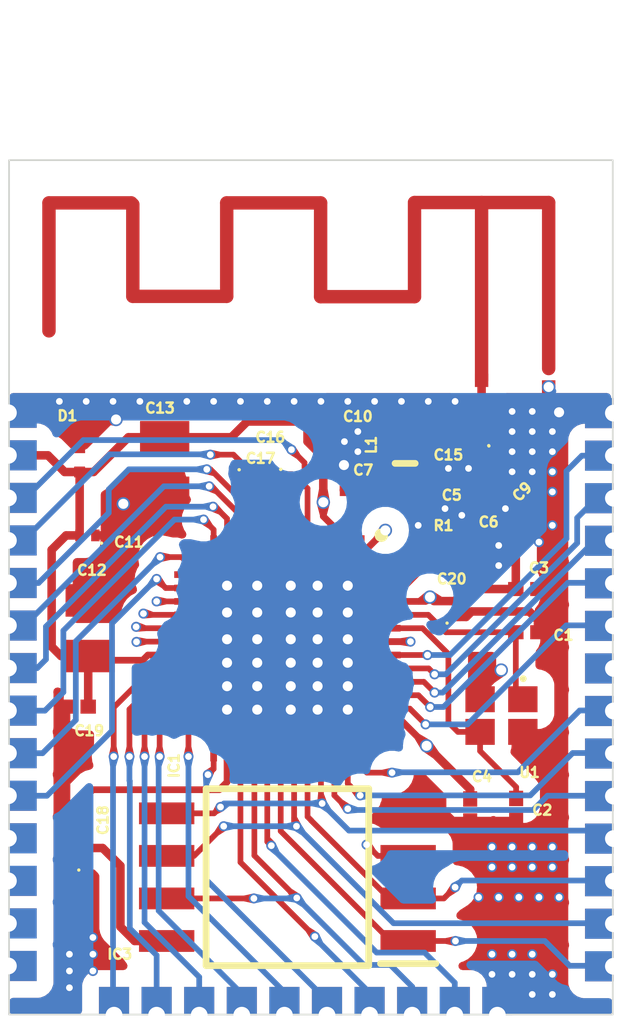
<source format=kicad_pcb>
(kicad_pcb (version 20240108) (generator "pcbnew") (generator_version "8.0")
  (layers (0 "F.Cu" signal) (1 "In1.Cu" power) (2 "In2.Cu" power) (31 "B.Cu" signal) (34 "B.Paste" user) (35 "F.Paste" user) (36 "B.SilkS" user "B.Silkscreen") (37 "F.SilkS" user "F.Silkscreen") (38 "B.Mask" user) (39 "F.Mask" user) (44 "Edge.Cuts" user))
  (net 0 "")
  (net 1 "Net-(IC1-XTAL_P)")
  (net 2 "GND")
  (net 3 "Net-(IC1-XTAL_N)")
  (net 4 "VDD33")
  (net 5 "VDD_SDIO")
  (net 6 "Net-(IC1-CAP1)")
  (net 7 "Net-(IC1-CAP2)")
  (net 8 "/SENSOR_VP")
  (net 9 "/RF")
  (net 10 "Net-(IC1-LNA_IN)")
  (net 11 "/SENSOR_VN")
  (net 12 "/SDO{slash}SD0")
  (net 13 "/SWP{slash}SD3")
  (net 14 "/SCS{slash}CMD")
  (net 15 "/SCK{slash}CLK")
  (net 16 "/SHD{slash}SD2")
  (net 17 "/SDI{slash}SD1")
  (net 18 "Net-(IC1-SENSOR_CAPP)")
  (net 19 "Net-(IC1-SENSOR_CAPN)")
  (net 20 "/U0RXD")
  (net 21 "/GPIO25")
  (net 22 "/GPIO33")
  (net 23 "/GPIO2")
  (net 24 "/GPIO13")
  (net 25 "/GPIO12")
  (net 26 "/GPIO35")
  (net 27 "/GPIO22")
  (net 28 "/GPIO21")
  (net 29 "/GPIO15")
  (net 30 "/GPIO18")
  (net 31 "/GPIO19")
  (net 32 "/GPIO14")
  (net 33 "/GPIO32")
  (net 34 "/GPIO27")
  (net 35 "/GPIO17")
  (net 36 "/GPIO23")
  (net 37 "/GPIO5")
  (net 38 "/GPIO0")
  (net 39 "/GPIO26")
  (net 40 "/GPIO34")
  (net 41 "/GPIO16")
  (net 42 "/U0TXD")
  (net 43 "/GPIO04")
  (net 44 "/CHIP_PU")
  (footprint "global footprint library:GRM033C81E104KE14D" (layer "F.Cu") (at 115.53 87.11)
    (property "Reference" "C19")
    (property "Value" "0.1uf" (hide yes))
  )
  (footprint "global footprint library:cas_hol_esp32_1" (layer "F.Cu") (at 113.48 78.34)
    (property "Reference" "a1" (hide yes))
    (property "Value" "~" (hide yes))
  )
  (footprint "global footprint library:GRM033R71E271KA01D" (layer "F.Cu") (at 120.833 80.27)
    (property "Reference" "C17")
    (property "Value" "270 pf" (hide yes))
  )
  (footprint "global footprint library:cas_hol_esp32_2" (layer "F.Cu") (at 121.71 95.05)
    (property "Reference" "a2" (hide yes))
    (property "Value" "~" (hide yes))
  )
  (footprint "global footprint library:cas_hol_esp32_3" (layer "F.Cu") (at 131.52 95.6 180)
    (property "Reference" "a3" (hide yes))
    (property "Value" "~" (hide yes))
  )
  (footprint "global footprint library:GRM033R60J105MEA2D" (layer "F.Cu") (at 115.81 91.567 90)
    (property "Reference" "C18")
    (property "Value" "1uf" (hide yes))
  )
  (footprint "global footprint library:ERJ-XGNJ203Y" (layer "F.Cu") (at 126.38 82.464 -90)
    (property "Reference" "R1")
    (property "Value" "20K" (hide yes))
  )
  (footprint "global footprint library:ESP32_ANT" (layer "F.Cu") (at 122.69 66.27)
    (property "Reference" "AE1" (hide yes))
    (property "Value" "ESP32_ANT" (hide yes))
  )
  (footprint "global footprint library:GRM022R60J332KE19L" (layer "F.Cu") (at 127.4 82.45 -90)
    (property "Reference" "C6")
    (property "Value" "3.3nf" (hide yes))
  )
  (footprint "global footprint library:GRM0335C1H101JA01D" (layer "F.Cu") (at 128.94 83.6 180)
    (property "Reference" "C3")
    (property "Value" "100PF" (hide yes))
  )
  (footprint "global footprint library:GRM033C81E104KE14D" (layer "F.Cu") (at 127.25 90.195 -90)
    (property "Reference" "C4")
    (property "Value" "0.1uf" (hide yes))
  )
  (footprint "global footprint library:GRM033R60J105MEA2D" (layer "F.Cu") (at 115.837 82 180)
    (property "Reference" "C11")
    (property "Value" "1uf" (hide yes))
  )
  (footprint "global footprint library:GRM033C81E104KE14D" (layer "F.Cu") (at 122.73 78.6 180)
    (property "Reference" "C10")
    (property "Value" "0.1uf" (hide yes))
  )
  (footprint "global footprint library:GRM21BR61E106KA73L" (layer "F.Cu") (at 115.92 84.77 -90)
    (property "Reference" "C12")
    (property "Value" "10uf" (hide yes))
  )
  (footprint "global footprint library:GRM0335C1H2R4BA01D" (layer "F.Cu") (at 127.363 79.04 180)
    (property "Reference" "C15")
    (property "Value" "2.4 pf" (hide yes))
  )
  (footprint "global footprint library:GRM0335C1H220JA01D" (layer "F.Cu") (at 128.62 90.18 -90)
    (property "Reference" "C2")
    (property "Value" "22PF" (hide yes))
  )
  (footprint "global footprint library:ESD3.3V88D-C" (layer "F.Cu") (at 115.605 79.3825 -90)
    (property "Reference" "D1")
    (property "Value" "~" (hide yes))
  )
  (footprint "global footprint library:GRM033R71E271KA01D" (layer "F.Cu") (at 122.073 80.26)
    (property "Reference" "C16")
    (property "Value" "270 pf" (hide yes))
  )
  (footprint "global footprint library:ABM11W-40.0000MHZ-4-B1U-T3" (layer "F.Cu") (at 128.182 87.377 180)
    (property "Reference" "U1")
    (property "Value" "40MHZ" (hide yes))
  )
  (footprint "global footprint library:AIMC-0603-2N7S-T" (layer "F.Cu") (at 125.31 79.85 -90)
    (property "Reference" "L1")
    (property "Value" "2.7nH" (hide yes))
  )
  (footprint "global footprint library:W25Q32JVSSIQ_TR" (layer "F.Cu") (at 121.8 92.2 180)
    (property "Reference" "IC3")
    (property "Value" "FLASH" (hide yes))
  )
  (footprint "global footprint library:GRM0335C1H220JA01D" (layer "F.Cu") (at 128.94 84.89 180)
    (property "Reference" "C1")
    (property "Value" "22PF" (hide yes))
  )
  (footprint "global footprint library:GRM033R60J105MEA2D" (layer "F.Cu") (at 126.79 84.197 90)
    (property "Reference" "C20")
    (property "Value" "1uf" (hide yes))
  )
  (footprint "global footprint library:MSASJ021SB5103KWNA01" (layer "F.Cu") (at 127.64 80.69)
    (property "Reference" "C5")
    (property "Value" "10nf" (hide yes))
  )
  (footprint "global footprint library:ESP32-D0WDQ6" (layer "F.Cu") (at 121.8 85.37 -90)
    (property "Reference" "IC1")
    (property "Value" "ESP32-D0WDQ6" (hide yes))
  )
  (footprint "global footprint library:GRM0335C1H3R9BA01D" (layer "F.Cu") (at 123.723 80.65)
    (property "Reference" "C7")
    (property "Value" "3.9 pf" (hide yes))
  )
  (footprint "global footprint library:GRM21BR61E106KA73L" (layer "F.Cu") (at 118.14 79.9 90)
    (property "Reference" "C13")
    (property "Value" "10uf" (hide yes))
  )
  (footprint "global footprint library:GRM033C81E104KE14D" (layer "F.Cu") (at 128.826655 81.563345 -135)
    (property "Reference" "C9")
    (property "Value" "0.1uf" (hide yes))
  )
  (gr_rect (start 113.5 70.8) (end 131.5 96.3) (stroke (width 0.05)) (fill none) (layer "Edge.Cuts"))
  (segment (start 124.75 84.37) (end 126 84.37) (width 0.17) (layer "F.Cu") (net 1))
  (segment (start 128.61 86.68) (end 128.82 86.89) (width 0.17) (layer "F.Cu") (net 1))
  (segment (start 128.61 84.89) (end 128.61 86.68) (width 0.17) (layer "F.Cu") (net 1))
  (segment (start 126.52 84.89) (end 128.61 84.89) (width 0.17) (layer "F.Cu") (net 1))
  (segment (start 126 84.37) (end 126.52 84.89) (width 0.17) (layer "F.Cu") (net 1))
  (segment (start 129.27 84.53) (end 129.27 84.89) (width 0.254) (layer "F.Cu") (net 2))
  (segment (start 123.486 79.9) (end 123.486 80.65) (width 0.254) (layer "F.Cu") (net 2))
  (segment (start 126.79 84.434) (end 127.128 84.434) (width 0.254) (layer "F.Cu") (net 2))
  (segment (start 115.33 91.804) (end 115.2 91.674) (width 0.254) (layer "F.Cu") (net 2))
  (segment (start 116.907053 81.057053) (end 116.907053 81.492947) (width 0.254) (layer "F.Cu") (net 2))
  (segment (start 115.605 78.825) (end 115.605 79.3825) (width 0.254) (layer "F.Cu") (net 2))
  (segment (start 115.81 91.804) (end 115.33 91.804) (width 0.254) (layer "F.Cu") (net 2))
  (segment (start 125.405 90.3) (end 125.4 90.295) (width 0.254) (layer "F.Cu") (net 2))
  (segment (start 127.545 86.650183) (end 127.545 86.89) (width 0.254) (layer "F.Cu") (net 2))
  (segment (start 127.25 90.525) (end 128.605 90.525) (width 0.254) (layer "F.Cu") (net 2))
  (segment (start 128.605 90.525) (end 128.62 90.51) (width 0.254) (layer "F.Cu") (net 2))
  (segment (start 127.882 80.69) (end 127.882 79.322) (width 0.254) (layer "F.Cu") (net 2))
  (segment (start 116.907053 81.492947) (end 116.4 82) (width 0.254) (layer "F.Cu") (net 2))
  (segment (start 128.175001 86.020182) (end 127.545 86.650183) (width 0.254) (layer "F.Cu") (net 2))
  (segment (start 115.2 91.674) (end 115.2 87.11) (width 0.254) (layer "F.Cu") (net 2))
  (segment (start 126.5 90.3) (end 125.405 90.3) (width 0.254) (layer "F.Cu") (net 2))
  (segment (start 126.725 90.525) (end 126.5 90.3) (width 0.254) (layer "F.Cu") (net 2))
  (segment (start 127.25 90.525) (end 126.725 90.525) (width 0.254) (layer "F.Cu") (net 2))
  (segment (start 116.69 78.54) (end 115.89 78.54) (width 0.254) (layer "F.Cu") (net 2))
  (segment (start 115.89 78.54) (end 115.605 78.825) (width 0.254) (layer "F.Cu") (net 2))
  (segment (start 127.882 79.322) (end 127.6 79.04) (width 0.254) (layer "F.Cu") (net 2))
  (segment (start 129.01 84.27) (end 129.27 84.53) (width 0.254) (layer "F.Cu") (net 2))
  (segment (start 123.486 80.65) (end 123.48 80.644) (width 0.254) (layer "F.Cu") (net 2))
  (segment (start 127.128 84.434) (end 127.292 84.27) (width 0.254) (layer "F.Cu") (net 2))
  (segment (start 127.292 84.27) (end 129.01 84.27) (width 0.254) (layer "F.Cu") (net 2))
  (segment (start 116.4 82) (end 116.074 82) (width 0.254) (layer "F.Cu") (net 2))
  (via (at 129.1 78.3) (size 0.3) (drill 0.2) (layers "F.Cu" "B.Cu") (net 2))
  (via (at 120.9 84.3) (size 0.4) (drill 0.3) (layers "F.Cu" "B.Cu") (net 2))
  (via (at 118.8 78) (size 0.3) (drill 0.2) (layers "F.Cu" "B.Cu") (net 2))
  (via (at 124.4 78) (size 0.3) (drill 0.2) (layers "F.Cu" "B.Cu") (net 2))
  (via (at 129.7 95.7) (size 0.3) (drill 0.2) (layers "F.Cu" "B.Cu") (net 2))
  (via (at 129.1 91.9) (size 0.3) (drill 0.2) (layers "F.Cu" "B.Cu") (net 2))
  (via (at 128.7 92.8) (size 0.3) (drill 0.2) (layers "F.Cu" "B.Cu") (net 2))
  (via (at 123.6 85.1) (size 0.4) (drill 0.3) (layers "F.Cu" "B.Cu") (net 2))
  (via (at 128.1 82.3) (size 0.3) (drill 0.2) (layers "F.Cu" "B.Cu") (net 2))
  (via (at 129.7 80.7) (size 0.3) (drill 0.2) (layers "F.Cu" "B.Cu") (net 2))
  (via (at 116 94) (size 0.3) (drill 0.2) (layers "F.Cu" "B.Cu") (net 2))
  (via (at 120 83.5) (size 0.4) (drill 0.3) (layers "F.Cu" "B.Cu") (net 2))
  (via (at 126.8 78) (size 0.3) (drill 0.2) (layers "F.Cu" "B.Cu") (net 2))
  (via (at 129.3 82.2) (size 0.3) (drill 0.2) (layers "F.Cu" "B.Cu") (net 2))
  (via (at 121.9 85.1) (size 0.4) (drill 0.3) (layers "F.Cu" "B.Cu") (net 2))
  (via (at 129.9 78.325) (size 0.4) (drill 0.3) (layers "F.Cu" "B.Cu") (net 2))
  (via (at 128.5 94.5) (size 0.3) (drill 0.2) (layers "F.Cu" "B.Cu") (net 2))
  (via (at 128.5 91.9) (size 0.3) (drill 0.2) (layers "F.Cu" "B.Cu") (net 2))
  (via (at 121.9 83.5) (size 0.4) (drill 0.3) (layers "F.Cu" "B.Cu") (net 2))
  (via (at 126.6 80) (size 0.3) (drill 0.2) (layers "F.Cu" "B.Cu") (net 2))
  (via (at 122 78) (size 0.3) (drill 0.2) (layers "F.Cu" "B.Cu") (net 2))
  (via (at 116.907053 81.057053) (size 0.4) (drill 0.3) (layers "F.Cu" "B.Cu") (net 2))
  (via (at 123.486 79.9) (size 0.4) (drill 0.3) (layers "F.Cu" "B.Cu") (net 2))
  (via (at 129.1 79.5) (size 0.3) (drill 0.2) (layers "F.Cu" "B.Cu") (net 2))
  (via (at 123.6 83.5) (size 0.4) (drill 0.3) (layers "F.Cu" "B.Cu") (net 2))
  (via (at 121.9 85.8) (size 0.4) (drill 0.3) (layers "F.Cu" "B.Cu") (net 2))
  (via (at 125.7 81.7) (size 0.3) (drill 0.2) (layers "F.Cu" "B.Cu") (net 2))
  (via (at 122.7 87.2) (size 0.4) (drill 0.3) (layers "F.Cu" "B.Cu") (net 2))
  (via (at 122.7 83.5) (size 0.4) (drill 0.3) (layers "F.Cu" "B.Cu") (net 2))
  (via (at 129.7 80.1) (size 0.3) (drill 0.2) (layers "F.Cu" "B.Cu") (net 2))
  (via (at 128.5 91.3) (size 0.3) (drill 0.2) (layers "F.Cu" "B.Cu") (net 2))
  (via (at 120.9 87.2) (size 0.4) (drill 0.3) (layers "F.Cu" "B.Cu") (net 2))
  (via (at 128.5 78.9) (size 0.3) (drill 0.2) (layers "F.Cu" "B.Cu") (net 2))
  (via (at 127.5 92.8) (size 0.3) (drill 0.2) (layers "F.Cu" "B.Cu") (net 2))
  (via (at 122.7 85.8) (size 0.4) (drill 0.3) (layers "F.Cu" "B.Cu") (net 2))
  (via (at 128.5 79.5) (size 0.3) (drill 0.2) (layers "F.Cu" "B.Cu") (net 2))
  (via (at 122.8 78) (size 0.3) (drill 0.2) (layers "F.Cu" "B.Cu") (net 2))
  (via (at 123.6 84.3) (size 0.4) (drill 0.3) (layers "F.Cu" "B.Cu") (net 2))
  (via (at 126.5 81.2) (size 0.3) (drill 0.2) (layers "F.Cu" "B.Cu") (net 2))
  (via (at 127.9 91.9) (size 0.3) (drill 0.2) (layers "F.Cu" "B.Cu") (net 2))
  (via (at 129.1 78.9) (size 0.3) (drill 0.2) (layers "F.Cu" "B.Cu") (net 2))
  (via (at 122.7 85.1) (size 0.4) (drill 0.3) (layers "F.Cu" "B.Cu") (net 2))
  (via (at 127 81.4) (size 0.3) (drill 0.2) (layers "F.Cu" "B.Cu") (net 2))
  (via (at 120 85.1) (size 0.4) (drill 0.3) (layers "F.Cu" "B.Cu") (net 2))
  (via (at 123.9 79.5) (size 0.3) (drill 0.2) (layers "F.Cu" "B.Cu") (net 2))
  (via (at 120.9 83.5) (size 0.4) (drill 0.3) (layers "F.Cu" "B.Cu") (net 2))
  (via (at 126 78) (size 0.3) (drill 0.2) (layers "F.Cu" "B.Cu") (net 2))
  (via (at 129.1 80.1) (size 0.3) (drill 0.2) (layers "F.Cu" "B.Cu") (net 2))
  (via (at 128.5 80.1) (size 0.3) (drill 0.2) (layers "F.Cu" "B.Cu") (net 2))
  (via (at 121.9 87.2) (size 0.4) (drill 0.3) (layers "F.Cu" "B.Cu") (net 2))
  (via (at 115.3 95.5) (size 0.3) (drill 0.2) (layers "F.Cu" "B.Cu") (net 2))
  (via (at 129.7 79.5) (size 0.3) (drill 0.2) (layers "F.Cu" "B.Cu") (net 2))
  (via (at 123.6 85.8) (size 0.4) (drill 0.3) (layers "F.Cu" "B.Cu") (net 2))
  (via (at 127.9 91.3) (size 0.3) (drill 0.2) (layers "F.Cu" "B.Cu") (net 2))
  (via (at 120.9 86.5) (size 0.4) (drill 0.3) (layers "F.Cu" "B.Cu") (net 2))
  (via (at 128.5 78.3) (size 0.3) (drill 0.2) (layers "F.Cu" "B.Cu") (net 2))
  (via (at 129.7 81.7) (size 0.3) (drill 0.2) (layers "F.Cu" "B.Cu") (net 2))
  (via (at 115.8 78) (size 0.3) (drill 0.2) (layers "F.Cu" "B.Cu") (net 2))
  (via (at 119.6 78) (size 0.3) (drill 0.2) (layers "F.Cu" "B.Cu") (net 2))
  (via (at 125.2 78) (size 0.3) (drill 0.2) (layers "F.Cu" "B.Cu") (net 2))
  (via (at 129.9 92.8) (size 0.3) (drill 0.2) (layers "F.Cu" "B.Cu") (net 2))
  (via (at 129.3 92.8) (size 0.3) (drill 0.2) (layers "F.Cu" "B.Cu") (net 2))
  (via (at 116 94.5) (size 0.3) (drill 0.2) (layers "F.Cu" "B.Cu") (net 2))
  (via (at 116 95) (size 0.3) (drill 0.2) (layers "F.Cu" "B.Cu") (net 2))
  (via (at 120 85.8) (size 0.4) (drill 0.3) (layers "F.Cu" "B.Cu") (net 2))
  (via (at 122.7 84.3) (size 0.4) (drill 0.3) (layers "F.Cu" "B.Cu") (net 2))
  (via (at 122.7 86.5) (size 0.4) (drill 0.3) (layers "F.Cu" "B.Cu") (net 2))
  (via (at 128.175001 86.020182) (size 0.4) (drill 0.3) (layers "F.Cu" "B.Cu") (net 2))
  (via (at 128.1 92.8) (size 0.3) (drill 0.2) (layers "F.Cu" "B.Cu") (net 2))
  (via (at 127.2 80) (size 0.3) (drill 0.2) (layers "F.Cu" "B.Cu") (net 2))
  (via (at 121.2 78) (size 0.3) (drill 0.2) (layers "F.Cu" "B.Cu") (net 2))
  (via (at 123.5 79.2) (size 0.3) (drill 0.2) (layers "F.Cu" "B.Cu") (net 2))
  (via (at 127.9 95.1) (size 0.3) (drill 0.2) (layers "F.Cu" "B.Cu") (net 2))
  (via (at 127.9 94.5) (size 0.3) (drill 0.2) (layers "F.Cu" "B.Cu") (net 2))
  (via (at 123.9 78.9) (size 0.3) (drill 0.2) (layers "F.Cu" "B.Cu") (net 2))
  (via (at 123.6 86.5) (size 0.4) (drill 0.3) (layers "F.Cu" "B.Cu") (net 2))
  (via (at 123.6 78) (size 0.3) (drill 0.2) (layers "F.Cu" "B.Cu") (net 2))
  (via (at 116.69 78.54) (size 0.4) (drill 0.3) (layers "F.Cu" "B.Cu") (net 2))
  (via (at 129.1 95.7) (size 0.3) (drill 0.2) (layers "F.Cu" "B.Cu") (net 2))
  (via (at 116.6 78) (size 0.3) (drill 0.2) (layers "F.Cu" "B.Cu") (net 2))
  (via (at 128.5 95.1) (size 0.3) (drill 0.2) (layers "F.Cu" "B.Cu") (net 2))
  (via (at 123.6 87.2) (size 0.4) (drill 0.3) (layers "F.Cu" "B.Cu") (net 2))
  (via (at 121.9 86.5) (size 0.4) (drill 0.3) (layers "F.Cu" "B.Cu") (net 2))
  (via (at 129.7 91.9) (size 0.3) (drill 0.2) (layers "F.Cu" "B.Cu") (net 2))
  (via (at 117.4 78) (size 0.3) (drill 0.2) (layers "F.Cu" "B.Cu") (net 2))
  (via (at 129.59 77.57) (size 0.4) (drill 0.3) (layers "F.Cu" "B.Cu") (net 2))
  (via (at 115.3 95) (size 0.3) (drill 0.2) (layers "F.Cu" "B.Cu") (net 2))
  (via (at 120.9 85.1) (size 0.4) (drill 0.3) (layers "F.Cu" "B.Cu") (net 2))
  (via (at 120 86.5) (size 0.4) (drill 0.3) (layers "F.Cu" "B.Cu") (net 2))
  (via (at 128.3 81.2) (size 0.3) (drill 0.2) (layers "F.Cu" "B.Cu") (net 2))
  (via (at 121.9 84.3) (size 0.4) (drill 0.3) (layers "F.Cu" "B.Cu") (net 2))
  (via (at 115.3 94.5) (size 0.3) (drill 0.2) (layers "F.Cu" "B.Cu") (net 2))
  (via (at 120.9 85.8) (size 0.4) (drill 0.3) (layers "F.Cu" "B.Cu") (net 2))
  (via (at 128.1 82.9) (size 0.3) (drill 0.2) (layers "F.Cu" "B.Cu") (net 2))
  (via (at 129.1 95.1) (size 0.3) (drill 0.2) (layers "F.Cu" "B.Cu") (net 2))
  (via (at 129.7 91.3) (size 0.3) (drill 0.2) (layers "F.Cu" "B.Cu") (net 2))
  (via (at 120 87.2) (size 0.4) (drill 0.3) (layers "F.Cu" "B.Cu") (net 2))
  (via (at 129.1 91.3) (size 0.3) (drill 0.2) (layers "F.Cu" "B.Cu") (net 2))
  (via (at 120.4 78) (size 0.3) (drill 0.2) (layers "F.Cu" "B.Cu") (net 2))
  (via (at 115 78) (size 0.3) (drill 0.2) (layers "F.Cu" "B.Cu") (net 2))
  (via (at 129.7 95.1) (size 0.3) (drill 0.2) (layers "F.Cu" "B.Cu") (net 2))
  (via (at 129.1 94.5) (size 0.3) (drill 0.2) (layers "F.Cu" "B.Cu") (net 2))
  (via (at 129.7 78.9) (size 0.3) (drill 0.2) (layers "F.Cu" "B.Cu") (net 2))
  (via (at 120 84.3) (size 0.4) (drill 0.3) (layers "F.Cu" "B.Cu") (net 2))
  (segment (start 129.715 77.695) (end 129.59 77.57) (width 0.2032) (layer "B.Cu") (net 2))
  (segment (start 126.6 87.58) (end 126.884 87.864) (width 0.17) (layer "F.Cu") (net 3))
  (segment (start 128.62 89.85) (end 128.62 89.51) (width 0.17) (layer "F.Cu") (net 3))
  (segment (start 126.6 85.54) (end 126.6 87.58) (width 0.17) (layer "F.Cu") (net 3))
  (segment (start 125.83 84.77) (end 126.6 85.54) (width 0.17) (layer "F.Cu") (net 3))
  (segment (start 128.62 89.51) (end 127.545 88.435) (width 0.17) (layer "F.Cu") (net 3))
  (segment (start 126.884 87.864) (end 127.545 87.864) (width 0.17) (layer "F.Cu") (net 3))
  (segment (start 127.545 88.435) (end 127.545 87.864) (width 0.17) (layer "F.Cu") (net 3))
  (segment (start 124.75 84.77) (end 125.83 84.77) (width 0.17) (layer "F.Cu") (net 3))
  (segment (start 128.61 83.6) (end 128.61 81.81338) (width 0.254) (layer "F.Cu") (net 4))
  (segment (start 120.6 78.6) (end 122.4 78.6) (width 0.254) (layer "F.Cu") (net 4))
  (segment (start 115.92 85.6) (end 116.045374 85.725374) (width 0.2) (layer "F.Cu") (net 4))
  (segment (start 126.78 83.97) (end 126.79 83.96) (width 0.2) (layer "F.Cu") (net 4))
  (segment (start 115.86 85.66) (end 115.92 85.6) (width 0.254) (layer "F.Cu") (net 4))
  (segment (start 118.85 85.57) (end 118.835 85.585) (width 0.17) (layer "F.Cu") (net 4))
  (segment (start 127.15 83.6) (end 128.61 83.6) (width 0.254) (layer "F.Cu") (net 4))
  (segment (start 120.13 79.07) (end 120.6 78.6) (width 0.254) (layer "F.Cu") (net 4))
  (segment (start 115.92 85.6) (end 115.05 85.6) (width 0.254) (layer "F.Cu") (net 4))
  (segment (start 115.605 80.1075) (end 116.0215 80.1075) (width 0.254) (layer "F.Cu") (net 4))
  (segment (start 128.61 81.81338) (end 128.59331 81.79669) (width 0.254) (layer "F.Cu") (net 4))
  (segment (start 123.2 82.42) (end 123.2 81.76) (width 0.2) (layer "F.Cu") (net 4))
  (segment (start 122.87 81.43) (end 122.87 81.01) (width 0.2) (layer "F.Cu") (net 4))
  (segment (start 116.045374 85.725374) (end 117.485374 85.725374) (width 0.2) (layer "F.Cu") (net 4))
  (segment (start 126.17 83.96) (end 126.05 83.84) (width 0.2) (layer "F.Cu") (net 4))
  (segment (start 125.92 83.97) (end 126.05 83.84) (width 0.2) (layer "F.Cu") (net 4))
  (segment (start 126.79 83.96) (end 127.15 83.6) (width 0.254) (layer "F.Cu") (net 4))
  (segment (start 124.75 85.17) (end 125.47 85.17) (width 0.2032) (layer "F.Cu") (net 4))
  (segment (start 122.4 78.6) (end 122.4 79.2) (width 0.254) (layer "F.Cu") (net 4))
  (segment (start 114.77 85.32) (end 114.77 82.43) (width 0.254) (layer "F.Cu") (net 4))
  (segment (start 118.14 79.07) (end 120.13 79.07) (width 0.254) (layer "F.Cu") (net 4))
  (segment (start 127.25 89.58) (end 125.95 88.28) (width 0.254) (layer "F.Cu") (net 4))
  (segment (start 115.86 87.11) (end 115.86 85.66) (width 0.254) (layer "F.Cu") (net 4))
  (segment (start 117.640748 85.57) (end 118.85 85.57) (width 0.2) (layer "F.Cu") (net 4))
  (segment (start 114.66 79.61) (end 113.47 79.61) (width 0.254) (layer "F.Cu") (net 4))
  (segment (start 115.605 81.995) (end 115.605 80.1075) (width 0.254) (layer "F.Cu") (net 4))
  (segment (start 114.77 82.43) (end 115.2 82) (width 0.254) (layer "F.Cu") (net 4))
  (segment (start 117.059 79.07) (end 118.14 79.07) (width 0.254) (layer "F.Cu") (net 4))
  (segment (start 116.0215 80.1075) (end 117.059 79.07) (width 0.254) (layer "F.Cu") (net 4))
  (segment (start 125.24 87.57) (end 125.95 88.28) (width 0.2032) (layer "F.Cu") (net 4))
  (segment (start 123.2 81.76) (end 122.87 81.43) (width 0.2) (layer "F.Cu") (net 4))
  (segment (start 127.25 89.865) (end 127.25 89.58) (width 0.254) (layer "F.Cu") (net 4))
  (segment (start 116 85.68) (end 115.92 85.6) (width 0.254) (layer "F.Cu") (net 4))
  (segment (start 115.1575 80.1075) (end 114.66 79.61) (width 0.254) (layer "F.Cu") (net 4))
  (segment (start 115.95 85.57) (end 115.92 85.6) (width 0.2) (layer "F.Cu") (net 4))
  (segment (start 115.6 82) (end 115.605 81.995) (width 0.254) (layer "F.Cu") (net 4))
  (segment (start 124.75 83.97) (end 125.92 83.97) (width 0.2) (layer "F.Cu") (net 4))
  (segment (start 126.79 83.96) (end 126.17 83.96) (width 0.254) (layer "F.Cu") (net 4))
  (segment (start 115.2 82) (end 115.6 82) (width 0.254) (layer "F.Cu") (net 4))
  (segment (start 123.2 82.42) (end 122.8 82.42) (width 0.2) (layer "F.Cu") (net 4))
  (segment (start 115.05 85.6) (end 114.77 85.32) (width 0.254) (layer "F.Cu") (net 4))
  (segment (start 124.75 87.57) (end 125.24 87.57) (width 0.2032) (layer "F.Cu") (net 4))
  (segment (start 122.87 79.67) (end 122.87 81.01) (width 0.254) (layer "F.Cu") (net 4))
  (segment (start 124.72 81.85) (end 124.15 82.42) (width 0.2032) (layer "F.Cu") (net 4))
  (segment (start 124.15 82.42) (end 124 82.42) (width 0.2032) (layer "F.Cu") (net 4))
  (segment (start 117.485374 85.725374) (end 117.640748 85.57) (width 0.2) (layer "F.Cu") (net 4))
  (segment (start 115.605 80.1075) (end 115.1575 80.1075) (width 0.254) (layer "F.Cu") (net 4))
  (segment (start 122.4 79.2) (end 122.87 79.67) (width 0.254) (layer "F.Cu") (net 4))
  (via (at 125.47 85.17) (size 0.3) (drill 0.2) (layers "F.Cu" "B.Cu") (net 4))
  (via (at 126.05 83.84) (size 0.4) (drill 0.3) (layers "F.Cu" "B.Cu") (net 4))
  (via (at 124.72 81.85) (size 0.4) (drill 0.3) (layers "F.Cu" "B.Cu") (net 4))
  (via (at 122.87 81.01) (size 0.4) (drill 0.3) (layers "F.Cu" "B.Cu") (net 4))
  (via (at 125.95 88.28) (size 0.4) (drill 0.3) (layers "F.Cu" "B.Cu") (net 4))
  (segment (start 120 88.32) (end 120 89.36) (width 0.2) (layer "F.Cu") (net 5))
  (segment (start 117.245 94.105) (end 118.2 94.105) (width 0.254) (layer "F.Cu") (net 5))
  (segment (start 120 89.36) (end 119.77 89.59) (width 0.2) (layer "F.Cu") (net 5))
  (segment (start 115.81 89.78) (end 115.81 91.33) (width 0.2) (layer "F.Cu") (net 5))
  (segment (start 119.77 89.59) (end 116 89.59) (width 0.2) (layer "F.Cu") (net 5))
  (segment (start 116.82 91.86) (end 116.82 93.68) (width 0.254) (layer "F.Cu") (net 5))
  (segment (start 116.29 91.33) (end 116.82 91.86) (width 0.254) (layer "F.Cu") (net 5))
  (segment (start 116 89.59) (end 115.81 89.78) (width 0.2) (layer "F.Cu") (net 5))
  (segment (start 116.82 93.68) (end 117.245 94.105) (width 0.254) (layer "F.Cu") (net 5))
  (segment (start 115.81 91.33) (end 116.29 91.33) (width 0.254) (layer "F.Cu") (net 5))
  (segment (start 127.4 80.692) (end 127.398 80.69) (width 0.17) (layer "F.Cu") (net 6))
  (segment (start 126.11674 82.26) (end 127.4 82.26) (width 0.17) (layer "F.Cu") (net 6))
  (segment (start 124.75 83.17) (end 125.20674 83.17) (width 0.17) (layer "F.Cu") (net 6))
  (segment (start 127.4 82.26) (end 127.4 80.692) (width 0.17) (layer "F.Cu") (net 6))
  (segment (start 125.20674 83.17) (end 126.11674 82.26) (width 0.17) (layer "F.Cu") (net 6))
  (segment (start 126.171288 82.658) (end 125.259288 83.57) (width 0.17) (layer "F.Cu") (net 7))
  (segment (start 126.38 82.658) (end 126.171288 82.658) (width 0.17) (layer "F.Cu") (net 7))
  (segment (start 125.259288 83.57) (end 124.75 83.57) (width 0.17) (layer "F.Cu") (net 7))
  (segment (start 126.38 82.658) (end 127.382 82.658) (width 0.17) (layer "F.Cu") (net 7))
  (segment (start 122.4 80.596741) (end 122.31 80.506741) (width 0.17) (layer "F.Cu") (net 8))
  (segment (start 122.31 79.83) (end 121.92 79.44) (width 0.17) (layer "F.Cu") (net 8))
  (segment (start 122.4 82.42) (end 122.4 80.596741) (width 0.17) (layer "F.Cu") (net 8))
  (segment (start 122.31 80.506741) (end 122.31 80.26) (width 0.17) (layer "F.Cu") (net 8))
  (segment (start 122.31 80.26) (end 122.31 79.83) (width 0.17) (layer "F.Cu") (net 8))
  (via (at 121.92 79.44) (size 0.3) (drill 0.2) (layers "F.Cu" "B.Cu") (net 8))
  (segment (start 121.635 79.155) (end 115.715 79.155) (width 0.17) (layer "B.Cu") (net 8))
  (segment (start 113.99 80.88) (end 113.47 80.88) (width 0.17) (layer "B.Cu") (net 8))
  (segment (start 121.92 79.44) (end 121.635 79.155) (width 0.17) (layer "B.Cu") (net 8))
  (segment (start 115.715 79.155) (end 113.99 80.88) (width 0.17) (layer "B.Cu") (net 8))
  (segment (start 127.116 79.05) (end 127.126 79.04) (width 0.2032) (layer "F.Cu") (net 9))
  (segment (start 129.59 72.065) (end 129.59 77.02) (width 0.4) (layer "F.Cu") (net 9))
  (segment (start 117.14 72.075) (end 114.69 72.075) (width 0.4) (layer "F.Cu") (net 9))
  (segment (start 117.19 72.125) (end 117.14 72.075) (width 0.4) (layer "F.Cu") (net 9))
  (segment (start 117.19 74.865) (end 117.19 72.125) (width 0.4) (layer "F.Cu") (net 9))
  (segment (start 125.59 72.065) (end 125.59 74.875) (width 0.4) (layer "F.Cu") (net 9))
  (segment (start 127.126 78.464) (end 127.59 78) (width 0.254) (layer "F.Cu") (net 9))
  (segment (start 122.79 74.875) (end 122.79 72.075) (width 0.4) (layer "F.Cu") (net 9))
  (segment (start 125.59 74.875) (end 122.79 74.875) (width 0.4) (layer "F.Cu") (net 9))
  (segment (start 119.99 74.865) (end 117.19 74.865) (width 0.4) (layer "F.Cu") (net 9))
  (segment (start 127.126 79.04) (end 127.126 78.464) (width 0.254) (layer "F.Cu") (net 9))
  (segment (start 122.79 72.075) (end 119.99 72.075) (width 0.4) (layer "F.Cu") (net 9))
  (segment (start 127.59 72.065) (end 129.59 72.065) (width 0.4) (layer "F.Cu") (net 9))
  (segment (start 114.69 72.075) (end 114.69 75.895) (width 0.4) (layer "F.Cu") (net 9))
  (segment (start 127.59 78) (end 127.59 77.37) (width 0.254) (layer "F.Cu") (net 9))
  (segment (start 127.59 77.37) (end 127.59 72.065) (width 0.4) (layer "F.Cu") (net 9))
  (segment (start 125.31 79.05) (end 127.116 79.05) (width 0.2032) (layer "F.Cu") (net 9))
  (segment (start 127.59 72.065) (end 125.59 72.065) (width 0.4) (layer "F.Cu") (net 9))
  (segment (start 119.99 72.075) (end 119.99 74.865) (width 0.4) (layer "F.Cu") (net 9))
  (segment (start 123.6 82.42) (end 123.6 81.406) (width 0.17) (layer "F.Cu") (net 10))
  (segment (start 123.96 80.65) (end 125.31 80.65) (width 0.17) (layer "F.Cu") (net 10))
  (segment (start 123.96 81.046) (end 123.96 80.65) (width 0.17) (layer "F.Cu") (net 10))
  (segment (start 123.6 81.406) (end 123.96 81.046) (width 0.17) (layer "F.Cu") (net 10))
  (segment (start 121.2 82.42) (end 121.2 81.27) (width 0.17) (layer "F.Cu") (net 11))
  (segment (start 120.596 80.666) (end 120.596 80.27) (width 0.17) (layer "F.Cu") (net 11))
  (segment (start 121.2 81.27) (end 120.596 80.666) (width 0.17) (layer "F.Cu") (net 11))
  (segment (start 119.5 79.59) (end 120.19 79.59) (width 0.17) (layer "F.Cu") (net 11))
  (segment (start 120.596 79.996) (end 120.596 80.27) (width 0.17) (layer "F.Cu") (net 11))
  (segment (start 120.19 79.59) (end 120.596 79.996) (width 0.17) (layer "F.Cu") (net 11))
  (via (at 119.5 79.59) (size 0.3) (drill 0.2) (layers "F.Cu" "B.Cu") (net 11))
  (segment (start 119.49 79.58) (end 116.5 79.58) (width 0.17) (layer "B.Cu") (net 11))
  (segment (start 119.5 79.59) (end 119.49 79.58) (width 0.17) (layer "B.Cu") (net 11))
  (segment (start 113.93 82.15) (end 113.47 82.15) (width 0.17) (layer "B.Cu") (net 11))
  (segment (start 116.5 79.58) (end 113.93 82.15) (width 0.17) (layer "B.Cu") (net 11))
  (segment (start 122.505 90.499817) (end 122.4 90.394817) (width 0.17) (layer "F.Cu") (net 12))
  (segment (start 122.4 90.394817) (end 122.4 88.32) (width 0.17) (layer "F.Cu") (net 12))
  (segment (start 126.465 92.835) (end 125.4 92.835) (width 0.17) (layer "F.Cu") (net 12))
  (segment (start 126.8 92.5) (end 126.465 92.835) (width 0.17) (layer "F.Cu") (net 12))
  (segment (start 125.4 92.835) (end 124.835 92.835) (width 0.17) (layer "F.Cu") (net 12))
  (segment (start 124.835 92.835) (end 122.505 90.505) (width 0.17) (layer "F.Cu") (net 12))
  (segment (start 122.505 90.505) (end 122.505 90.499817) (width 0.17) (layer "F.Cu") (net 12))
  (via (at 126.8 92.5) (size 0.3) (drill 0.2) (layers "F.Cu" "B.Cu") (net 12))
  (segment (start 131.51 92.3) (end 131.515 92.305) (width 0.17) (layer "B.Cu") (net 12))
  (segment (start 126.8 92.5) (end 127 92.3) (width 0.17) (layer "B.Cu") (net 12))
  (segment (start 127 92.3) (end 131.51 92.3) (width 0.17) (layer "B.Cu") (net 12))
  (segment (start 125.4 91.565) (end 125.425 91.59) (width 0.17) (layer "F.Cu") (net 13))
  (segment (start 121.32 91.259999) (end 121.2 91.139999) (width 0.17) (layer "F.Cu") (net 13))
  (segment (start 121.2 91.139999) (end 121.2 88.32) (width 0.17) (layer "F.Cu") (net 13))
  (segment (start 124.495 91.565) (end 125.4 91.565) (width 0.17) (layer "F.Cu") (net 13))
  (segment (start 121.320001 91.259999) (end 121.32 91.259999) (width 0.17) (layer "F.Cu") (net 13))
  (segment (start 126.78 96.31) (end 126.79 96.32) (width 0.17) (layer "F.Cu") (net 13))
  (segment (start 124.16 91.23) (end 124.495 91.565) (width 0.17) (layer "F.Cu") (net 13))
  (via (at 124.16 91.23) (size 0.3) (drill 0.2) (layers "F.Cu" "B.Cu") (net 13))
  (via (at 121.320001 91.259999) (size 0.3) (drill 0.2) (layers "F.Cu" "B.Cu") (net 13))
  (segment (start 126.79 95.35) (end 126.79 96.32) (width 0.17) (layer "B.Cu") (net 13))
  (segment (start 125.89 94.45) (end 126.79 95.35) (width 0.17) (layer "B.Cu") (net 13))
  (segment (start 124.46 94.45) (end 125.89 94.45) (width 0.17) (layer "B.Cu") (net 13))
  (segment (start 121.320001 91.259999) (end 121.320001 91.310001) (width 0.17) (layer "B.Cu") (net 13))
  (segment (start 121.320001 91.310001) (end 124.46 94.45) (width 0.17) (layer "B.Cu") (net 13))
  (segment (start 124.879817 94.105) (end 121.6 90.825183) (width 0.17) (layer "F.Cu") (net 14))
  (segment (start 121.6 90.825183) (end 121.6 88.32) (width 0.17) (layer "F.Cu") (net 14))
  (segment (start 125.4 94.105) (end 124.879817 94.105) (width 0.17) (layer "F.Cu") (net 14))
  (segment (start 126.81 94.105) (end 125.4 94.105) (width 0.17) (layer "F.Cu") (net 14))
  (via (at 126.81 94.105) (size 0.3) (drill 0.2) (layers "F.Cu" "B.Cu") (net 14))
  (segment (start 129.475 94.105) (end 130.215 94.845) (width 0.17) (layer "B.Cu") (net 14))
  (segment (start 126.81 94.105) (end 129.475 94.105) (width 0.17) (layer "B.Cu") (net 14))
  (segment (start 130.215 94.845) (end 131.515 94.845) (width 0.17) (layer "B.Cu") (net 14))
  (segment (start 119.9 90.68) (end 119.015 91.565) (width 0.17) (layer "F.Cu") (net 15))
  (segment (start 119.015 91.565) (end 118.2 91.565) (width 0.17) (layer "F.Cu") (net 15))
  (segment (start 122 90.61) (end 122 88.32) (width 0.17) (layer "F.Cu") (net 15))
  (segment (start 122.07 90.68) (end 122 90.61) (width 0.17) (layer "F.Cu") (net 15))
  (via (at 122.07 90.68) (size 0.3) (drill 0.2) (layers "F.Cu" "B.Cu") (net 15))
  (via (at 119.9 90.68) (size 0.3) (drill 0.2) (layers "F.Cu" "B.Cu") (net 15))
  (segment (start 124.965 93.575) (end 131.515 93.575) (width 0.17) (layer "B.Cu") (net 15))
  (segment (start 122.07 90.68) (end 124.965 93.575) (width 0.17) (layer "B.Cu") (net 15))
  (segment (start 119.9 90.68) (end 122.07 90.68) (width 0.17) (layer "B.Cu") (net 15))
  (segment (start 120.815 91.555) (end 120.815 88.335) (width 0.17) (layer "F.Cu") (net 16))
  (segment (start 122.08 92.82) (end 120.815 91.555) (width 0.17) (layer "F.Cu") (net 16))
  (segment (start 120.8 92.835) (end 118.2 92.835) (width 0.17) (layer "F.Cu") (net 16))
  (segment (start 120.815 88.335) (end 120.8 88.32) (width 0.17) (layer "F.Cu") (net 16))
  (via (at 120.8 92.835) (size 0.3) (drill 0.2) (layers "F.Cu" "B.Cu") (net 16))
  (via (at 122.08 92.82) (size 0.3) (drill 0.2) (layers "F.Cu" "B.Cu") (net 16))
  (segment (start 124.08 94.82) (end 124.87 94.82) (width 0.17) (layer "B.Cu") (net 16))
  (segment (start 122.065 92.835) (end 122.08 92.82) (width 0.17) (layer "B.Cu") (net 16))
  (segment (start 122.08 92.82) (end 124.08 94.82) (width 0.17) (layer "B.Cu") (net 16))
  (segment (start 124.87 94.82) (end 125.52 95.47) (width 0.17) (layer "B.Cu") (net 16))
  (segment (start 125.52 95.47) (end 125.52 96.32) (width 0.17) (layer "B.Cu") (net 16))
  (segment (start 120.8 92.835) (end 122.065 92.835) (width 0.17) (layer "B.Cu") (net 16))
  (segment (start 119.61433 90.295) (end 118.2 90.295) (width 0.17) (layer "F.Cu") (net 17))
  (segment (start 122.8 88.32) (end 122.8 89.965) (width 0.17) (layer "F.Cu") (net 17))
  (segment (start 122.8 89.965) (end 122.835 90) (width 0.17) (layer "F.Cu") (net 17))
  (segment (start 119.804665 90.104665) (end 119.61433 90.295) (width 0.17) (layer "F.Cu") (net 17))
  (via (at 122.835 90) (size 0.3) (drill 0.2) (layers "F.Cu" "B.Cu") (net 17))
  (via (at 119.804665 90.104665) (size 0.3) (drill 0.2) (layers "F.Cu" "B.Cu") (net 17))
  (segment (start 131.29 90.81) (end 131.515 91.035) (width 0.17) (layer "B.Cu") (net 17))
  (segment (start 122.835 90.010183) (end 123.634817 90.81) (width 0.17) (layer "B.Cu") (net 17))
  (segment (start 122.835 90) (end 122.835 90.010183) (width 0.17) (layer "B.Cu") (net 17))
  (segment (start 119.90933 90) (end 122.835 90) (width 0.17) (layer "B.Cu") (net 17))
  (segment (start 123.634817 90.81) (end 131.29 90.81) (width 0.17) (layer "B.Cu") (net 17))
  (segment (start 119.804665 90.104665) (end 119.90933 90) (width 0.17) (layer "B.Cu") (net 17))
  (segment (start 121.836 80.556) (end 121.836 80.26) (width 0.17) (layer "F.Cu") (net 18))
  (segment (start 122 80.72) (end 121.836 80.556) (width 0.17) (layer "F.Cu") (net 18))
  (segment (start 122 82.42) (end 122 80.72) (width 0.17) (layer "F.Cu") (net 18))
  (segment (start 121.6 81.14674) (end 121.07 80.61674) (width 0.17) (layer "F.Cu") (net 19))
  (segment (start 121.07 80.61674) (end 121.07 80.27) (width 0.17) (layer "F.Cu") (net 19))
  (segment (start 121.6 82.42) (end 121.6 81.14674) (width 0.17) (layer "F.Cu") (net 19))
  (segment (start 126.188 86.69) (end 125.868 86.37) (width 0.17) (layer "F.Cu") (net 20))
  (segment (start 125.868 86.37) (end 124.75 86.37) (width 0.17) (layer "F.Cu") (net 20))
  (via (at 126.188 86.69) (size 0.3) (drill 0.2) (layers "F.Cu" "B.Cu") (net 20))
  (segment (start 130.977269 82.145) (end 131.515 82.145) (width 0.17) (layer "B.Cu") (net 20))
  (segment (start 126.188 86.69) (end 126.432269 86.69) (width 0.17) (layer "B.Cu") (net 20))
  (segment (start 126.432269 86.69) (end 130.977269 82.145) (width 0.17) (layer "B.Cu") (net 20))
  (segment (start 117.9 83.3) (end 118.17 83.57) (width 0.17) (layer "F.Cu") (net 21))
  (segment (start 118.17 83.57) (end 118.85 83.57) (width 0.17) (layer "F.Cu") (net 21))
  (via (at 117.9 83.3) (size 0.3) (drill 0.2) (layers "F.Cu" "B.Cu") (net 21))
  (segment (start 116.57 84.624817) (end 116.57 87.83) (width 0.17) (layer "B.Cu") (net 21))
  (segment (start 117.894817 83.3) (end 116.57 84.624817) (width 0.17) (layer "B.Cu") (net 21))
  (segment (start 117.9 83.3) (end 117.894817 83.3) (width 0.17) (layer "B.Cu") (net 21))
  (segment (start 116.57 87.83) (end 114.63 89.77) (width 0.17) (layer "B.Cu") (net 21))
  (segment (start 114.63 89.77) (end 113.47 89.77) (width 0.17) (layer "B.Cu") (net 21))
  (segment (start 118.85 82.85) (end 118.85 83.17) (width 0.17) (layer "F.Cu") (net 22))
  (segment (start 118.002237 82.647763) (end 118.647763 82.647763) (width 0.17) (layer "F.Cu") (net 22))
  (segment (start 118.647763 82.647763) (end 118.85 82.85) (width 0.17) (layer "F.Cu") (net 22))
  (via (at 118.002237 82.647763) (size 0.3) (drill 0.2) (layers "F.Cu" "B.Cu") (net 22))
  (segment (start 115.49 87.51) (end 114.5 88.5) (width 0.17) (layer "B.Cu") (net 22))
  (segment (start 114.5 88.5) (end 113.47 88.5) (width 0.17) (layer "B.Cu") (net 22))
  (segment (start 115.49 85.16) (end 115.49 87.51) (width 0.17) (layer "B.Cu") (net 22))
  (segment (start 118.002237 82.647763) (end 115.49 85.16) (width 0.17) (layer "B.Cu") (net 22))
  (segment (start 117.540003 87.261737) (end 118.03174 86.77) (width 0.17) (layer "F.Cu") (net 23))
  (segment (start 117.540003 88.6) (end 117.540003 87.261737) (width 0.17) (layer "F.Cu") (net 23))
  (segment (start 118.03174 86.77) (end 118.85 86.77) (width 0.17) (layer "F.Cu") (net 23))
  (via (at 117.540003 88.6) (size 0.3) (drill 0.2) (layers "F.Cu" "B.Cu") (net 23))
  (segment (start 119.17 95.18) (end 119.17 96.32) (width 0.17) (layer "B.Cu") (net 23))
  (segment (start 117.54 88.600003) (end 117.54 93.55) (width 0.17) (layer "B.Cu") (net 23))
  (segment (start 117.54 93.55) (end 119.17 95.18) (width 0.17) (layer "B.Cu") (net 23))
  (segment (start 117.540003 88.6) (end 117.54 88.600003) (width 0.17) (layer "B.Cu") (net 23))
  (segment (start 116.62 87.13522) (end 117.78522 85.97) (width 0.17) (layer "F.Cu") (net 24))
  (segment (start 116.62 88.6) (end 116.62 87.13522) (width 0.17) (layer "F.Cu") (net 24))
  (segment (start 117.78522 85.97) (end 118.85 85.97) (width 0.17) (layer "F.Cu") (net 24))
  (via (at 116.62 88.6) (size 0.3) (drill 0.2) (layers "F.Cu" "B.Cu") (net 24))
  (segment (start 116.6 88.62) (end 116.6 96.29) (width 0.17) (layer "B.Cu") (net 24))
  (segment (start 116.62 88.6) (end 116.6 88.62) (width 0.17) (layer "B.Cu") (net 24))
  (segment (start 116.6 96.29) (end 116.63 96.32) (width 0.17) (layer "B.Cu") (net 24))
  (segment (start 117.307645 85.17) (end 118.85 85.17) (width 0.17) (layer "F.Cu") (net 25))
  (segment (start 117.300177 85.177468) (end 117.307645 85.17) (width 0.17) (layer "F.Cu") (net 25))
  (via (at 117.300177 85.177468) (size 0.3) (drill 0.2) (layers "F.Cu" "B.Cu") (net 25))
  (segment (start 120 81.5) (end 120 82.42) (width 0.17) (layer "F.Cu") (net 26))
  (segment (start 119.581506 81.142559) (end 119.642559 81.142559) (width 0.17) (layer "F.Cu") (net 26))
  (segment (start 119.642559 81.142559) (end 120 81.5) (width 0.17) (layer "F.Cu") (net 26))
  (via (at 119.581506 81.142559) (size 0.3) (drill 0.2) (layers "F.Cu" "B.Cu") (net 26))
  (segment (start 118.177441 81.142559) (end 114.6 84.72) (width 0.17) (layer "B.Cu") (net 26))
  (segment (start 114.6 85.7) (end 114.34 85.96) (width 0.17) (layer "B.Cu") (net 26))
  (segment (start 114.6 84.72) (end 114.6 85.7) (width 0.17) (layer "B.Cu") (net 26))
  (segment (start 119.581506 81.142559) (end 118.177441 81.142559) (width 0.17) (layer "B.Cu") (net 26))
  (segment (start 114.34 85.96) (end 113.47 85.96) (width 0.17) (layer "B.Cu") (net 26))
  (segment (start 126.056163 87.120257) (end 125.705906 86.77) (width 0.17) (layer "F.Cu") (net 27))
  (segment (start 125.705906 86.77) (end 124.75 86.77) (width 0.17) (layer "F.Cu") (net 27))
  (via (at 126.056163 87.120257) (size 0.3) (drill 0.2) (layers "F.Cu" "B.Cu") (net 27))
  (segment (start 126.056163 87.120257) (end 126.45456 87.120257) (width 0.17) (layer "B.Cu") (net 27))
  (segment (start 126.45456 87.120257) (end 130.159817 83.415) (width 0.17) (layer "B.Cu") (net 27))
  (segment (start 130.159817 83.415) (end 131.515 83.415) (width 0.17) (layer "B.Cu") (net 27))
  (segment (start 125.975485 85.57) (end 124.75 85.57) (width 0.17) (layer "F.Cu") (net 28))
  (segment (start 125.975506 85.569979) (end 125.975485 85.57) (width 0.17) (layer "F.Cu") (net 28))
  (via (at 125.975506 85.569979) (size 0.3) (drill 0.2) (layers "F.Cu" "B.Cu") (net 28))
  (segment (start 126.647194 85.569979) (end 130.12 82.097173) (width 0.17) (layer "B.Cu") (net 28))
  (segment (start 130.12 80.08) (end 130.58 79.62) (width 0.17) (layer "B.Cu") (net 28))
  (segment (start 130.58 79.62) (end 131.52 79.62) (width 0.17) (layer "B.Cu") (net 28))
  (segment (start 130.12 82.097173) (end 130.12 80.08) (width 0.17) (layer "B.Cu") (net 28))
  (segment (start 125.975506 85.569979) (end 126.647194 85.569979) (width 0.17) (layer "B.Cu") (net 28))
  (segment (start 117.90848 86.37) (end 118.85 86.37) (width 0.17) (layer "F.Cu") (net 29))
  (segment (start 117.09 88.6) (end 117.09 87.18848) (width 0.17) (layer "F.Cu") (net 29))
  (segment (start 117.09 87.18848) (end 117.90848 86.37) (width 0.17) (layer "F.Cu") (net 29))
  (via (at 117.09 88.6) (size 0.3) (drill 0.2) (layers "F.Cu" "B.Cu") (net 29))
  (segment (start 117.09 89.320183) (end 117.1 89.330183) (width 0.17) (layer "B.Cu") (net 29))
  (segment (start 117.09 88.6) (end 117.09 89.320183) (width 0.17) (layer "B.Cu") (net 29))
  (segment (start 117.9 94.53) (end 117.9 96.32) (width 0.17) (layer "B.Cu") (net 29))
  (segment (start 117.1 93.73) (end 117.9 94.53) (width 0.17) (layer "B.Cu") (net 29))
  (segment (start 117.1 89.330183) (end 117.1 93.73) (width 0.17) (layer "B.Cu") (net 29))
  (segment (start 123.6 88.32) (end 123.6 89.41) (width 0.17) (layer "F.Cu") (net 30))
  (segment (start 123.95 89.76) (end 123.97 89.76) (width 0.17) (layer "F.Cu") (net 30))
  (segment (start 123.6 89.41) (end 123.95 89.76) (width 0.17) (layer "F.Cu") (net 30))
  (via (at 123.97 89.76) (size 0.3) (drill 0.2) (layers "F.Cu" "B.Cu") (net 30))
  (segment (start 123.97 89.76) (end 129.04 89.76) (width 0.17) (layer "B.Cu") (net 30))
  (segment (start 129.04 89.76) (end 130.305 88.495) (width 0.17) (layer "B.Cu") (net 30))
  (segment (start 130.305 88.495) (end 131.515 88.495) (width 0.17) (layer "B.Cu") (net 30))
  (segment (start 125.92 87.64) (end 125.45 87.17) (width 0.17) (layer "F.Cu") (net 31))
  (segment (start 125.45 87.17) (end 124.75 87.17) (width 0.17) (layer "F.Cu") (net 31))
  (via (at 125.92 87.64) (size 0.3) (drill 0.2) (layers "F.Cu" "B.Cu") (net 31))
  (segment (start 128.610001 86.200365) (end 128.610001 86.189999) (width 0.17) (layer "B.Cu") (net 31))
  (segment (start 127.170366 87.64) (end 128.610001 86.200365) (width 0.17) (layer "B.Cu") (net 31))
  (segment (start 128.610001 86.189999) (end 130.115 84.685) (width 0.17) (layer "B.Cu") (net 31))
  (segment (start 130.115 84.685) (end 131.515 84.685) (width 0.17) (layer "B.Cu") (net 31))
  (segment (start 125.92 87.64) (end 127.170366 87.64) (width 0.17) (layer "B.Cu") (net 31))
  (segment (start 117.331894 84.77) (end 118.85 84.77) (width 0.17) (layer "F.Cu") (net 32))
  (segment (start 117.289486 84.727592) (end 117.331894 84.77) (width 0.17) (layer "F.Cu") (net 32))
  (via (at 117.289486 84.727592) (size 0.3) (drill 0.2) (layers "F.Cu" "B.Cu") (net 32))
  (segment (start 119.6 81.827559) (end 119.6 82.42) (width 0.17) (layer "F.Cu") (net 33))
  (segment (start 119.3 81.527559) (end 119.6 81.827559) (width 0.17) (layer "F.Cu") (net 33))
  (via (at 119.3 81.527559) (size 0.3) (drill 0.2) (layers "F.Cu" "B.Cu") (net 33))
  (segment (start 114.57 87.23) (end 113.47 87.23) (width 0.17) (layer "B.Cu") (net 33))
  (segment (start 115.12 86.68) (end 114.57 87.23) (width 0.17) (layer "B.Cu") (net 33))
  (segment (start 119.3 81.527559) (end 118.432441 81.527559) (width 0.17) (layer "B.Cu") (net 33))
  (segment (start 118.432441 81.527559) (end 115.12 84.84) (width 0.17) (layer "B.Cu") (net 33))
  (segment (start 115.12 84.84) (end 115.12 86.68) (width 0.17) (layer "B.Cu") (net 33))
  (segment (start 117.542836 84.37) (end 118.85 84.37) (width 0.17) (layer "F.Cu") (net 34))
  (segment (start 117.505858 84.333022) (end 117.542836 84.37) (width 0.17) (layer "F.Cu") (net 34))
  (via (at 117.505858 84.333022) (size 0.3) (drill 0.2) (layers "F.Cu" "B.Cu") (net 34))
  (segment (start 120.4 91.755184) (end 120.4 88.32) (width 0.17) (layer "F.Cu") (net 35))
  (segment (start 122.617408 93.972592) (end 120.4 91.755184) (width 0.17) (layer "F.Cu") (net 35))
  (via (at 122.617408 93.972592) (size 0.3) (drill 0.2) (layers "F.Cu" "B.Cu") (net 35))
  (segment (start 122.617408 94.017408) (end 124.25 95.65) (width 0.17) (layer "B.Cu") (net 35))
  (segment (start 124.25 95.65) (end 124.25 96.32) (width 0.17) (layer "B.Cu") (net 35))
  (segment (start 122.617408 93.972592) (end 122.617408 94.017408) (width 0.17) (layer "B.Cu") (net 35))
  (segment (start 124.92 89.08) (end 124.17 89.08) (width 0.17) (layer "F.Cu") (net 36))
  (segment (start 124.17 89.08) (end 124 88.91) (width 0.17) (layer "F.Cu") (net 36))
  (segment (start 124 88.91) (end 124 88.32) (width 0.17) (layer "F.Cu") (net 36))
  (via (at 124.92 89.08) (size 0.3) (drill 0.2) (layers "F.Cu" "B.Cu") (net 36))
  (segment (start 130.515 87.225) (end 131.515 87.225) (width 0.17) (layer "B.Cu") (net 36))
  (segment (start 124.93 89.07) (end 128.67 89.07) (width 0.17) (layer "B.Cu") (net 36))
  (segment (start 124.92 89.08) (end 124.93 89.07) (width 0.17) (layer "B.Cu") (net 36))
  (segment (start 128.67 89.07) (end 130.515 87.225) (width 0.17) (layer "B.Cu") (net 36))
  (segment (start 123.2 89.76) (end 123.6 90.16) (width 0.17) (layer "F.Cu") (net 37))
  (segment (start 123.2 88.32) (end 123.2 89.76) (width 0.17) (layer "F.Cu") (net 37))
  (via (at 123.6 90.16) (size 0.3) (drill 0.2) (layers "F.Cu" "B.Cu") (net 37))
  (segment (start 123.635 90.195) (end 129.12826 90.195) (width 0.17) (layer "B.Cu") (net 37))
  (segment (start 129.55326 89.77) (end 131.51 89.77) (width 0.17) (layer "B.Cu") (net 37))
  (segment (start 129.12826 90.195) (end 129.55326 89.77) (width 0.17) (layer "B.Cu") (net 37))
  (segment (start 123.6 90.16) (end 123.635 90.195) (width 0.17) (layer "B.Cu") (net 37))
  (segment (start 131.51 89.77) (end 131.515 89.765) (width 0.17) (layer "B.Cu") (net 37))
  (segment (start 117.990006 87.334994) (end 118.155 87.17) (width 0.17) (layer "F.Cu") (net 38))
  (segment (start 117.990006 88.6) (end 117.990006 87.334994) (width 0.17) (layer "F.Cu") (net 38))
  (segment (start 118.155 87.17) (end 118.85 87.17) (width 0.17) (layer "F.Cu") (net 38))
  (via (at 117.990006 88.6) (size 0.3) (drill 0.2) (layers "F.Cu" "B.Cu") (net 38))
  (segment (start 117.96 88.630006) (end 117.96 93.2) (width 0.17) (layer "B.Cu") (net 38))
  (segment (start 117.990006 88.6) (end 117.96 88.630006) (width 0.17) (layer "B.Cu") (net 38))
  (segment (start 120.44 95.68) (end 120.44 96.32) (width 0.17) (layer "B.Cu") (net 38))
  (segment (start 117.96 93.2) (end 120.44 95.68) (width 0.17) (layer "B.Cu") (net 38))
  (segment (start 117.9 83.97) (end 118.85 83.97) (width 0.17) (layer "F.Cu") (net 39))
  (via (at 117.9 83.97) (size 0.3) (drill 0.2) (layers "F.Cu" "B.Cu") (net 39))
  (segment (start 120.4 81.4) (end 120.4 82.42) (width 0.17) (layer "F.Cu") (net 40))
  (segment (start 119.533511 80.533511) (end 120.4 81.4) (width 0.17) (layer "F.Cu") (net 40))
  (segment (start 119.466489 80.533511) (end 119.533511 80.533511) (width 0.17) (layer "F.Cu") (net 40))
  (via (at 119.466489 80.533511) (size 0.3) (drill 0.2) (layers "F.Cu" "B.Cu") (net 40))
  (segment (start 118.116489 80.533511) (end 113.96 84.69) (width 0.17) (layer "B.Cu") (net 40))
  (segment (start 113.96 84.69) (end 113.47 84.69) (width 0.17) (layer "B.Cu") (net 40))
  (segment (start 119.466489 80.533511) (end 118.116489 80.533511) (width 0.17) (layer "B.Cu") (net 40))
  (segment (start 119.43 89.14) (end 119.6 88.97) (width 0.17) (layer "F.Cu") (net 41))
  (segment (start 119.6 88.97) (end 119.6 88.32) (width 0.17) (layer "F.Cu") (net 41))
  (via (at 119.43 89.14) (size 0.3) (drill 0.2) (layers "F.Cu" "B.Cu") (net 41))
  (segment (start 122.98 95.88) (end 122.98 96.32) (width 0.17) (layer "B.Cu") (net 41))
  (segment (start 119.43 89.14) (end 119.38 89.19) (width 0.17) (layer "B.Cu") (net 41))
  (segment (start 119.38 92.28) (end 122.98 95.88) (width 0.17) (layer "B.Cu") (net 41))
  (segment (start 119.38 89.19) (end 119.38 92.28) (width 0.17) (layer "B.Cu") (net 41))
  (segment (start 126.012471 85.97) (end 124.75 85.97) (width 0.17) (layer "F.Cu") (net 42))
  (segment (start 126.188 86.145529) (end 126.012471 85.97) (width 0.17) (layer "F.Cu") (net 42))
  (via (at 126.188 86.145529) (size 0.3) (drill 0.2) (layers "F.Cu" "B.Cu") (net 42))
  (segment (start 130.44 81.475) (end 131.04 80.875) (width 0.17) (layer "B.Cu") (net 42))
  (segment (start 131.04 80.875) (end 131.515 80.875) (width 0.17) (layer "B.Cu") (net 42))
  (segment (start 126.524192 86.145529) (end 130.44 82.229721) (width 0.17) (layer "B.Cu") (net 42))
  (segment (start 130.44 82.229721) (end 130.44 81.475) (width 0.17) (layer "B.Cu") (net 42))
  (segment (start 126.188 86.145529) (end 126.524192 86.145529) (width 0.17) (layer "B.Cu") (net 42))
  (segment (start 118.85 87.57) (end 118.85 88.6) (width 0.17) (layer "F.Cu") (net 43))
  (via (at 118.85 88.6) (size 0.3) (drill 0.2) (layers "F.Cu" "B.Cu") (net 43))
  (segment (start 118.85 92.77) (end 121.71 95.63) (width 0.17) (layer "B.Cu") (net 43))
  (segment (start 118.85 88.6) (end 118.85 92.77) (width 0.17) (layer "B.Cu") (net 43))
  (segment (start 121.71 95.63) (end 121.71 96.32) (width 0.17) (layer "B.Cu") (net 43))
  (segment (start 119.505174 80.027722) (end 120.8 81.322548) (width 0.17) (layer "F.Cu") (net 44))
  (segment (start 120.8 81.322548) (end 120.8 82.42) (width 0.17) (layer "F.Cu") (net 44))
  (segment (start 119.395591 80.027722) (end 119.505174 80.027722) (width 0.17) (layer "F.Cu") (net 44))
  (via (at 119.395591 80.027722) (size 0.3) (drill 0.2) (layers "F.Cu" "B.Cu") (net 44))
  (segment (start 116.472053 81.327947) (end 114.38 83.42) (width 0.17) (layer "B.Cu") (net 44))
  (segment (start 117.072278 80.027722) (end 116.472053 80.627947) (width 0.17) (layer "B.Cu") (net 44))
  (segment (start 119.395591 80.027722) (end 117.072278 80.027722) (width 0.17) (layer "B.Cu") (net 44))
  (segment (start 114.38 83.42) (end 113.47 83.42) (width 0.17) (layer "B.Cu") (net 44))
  (segment (start 116.472053 80.627947) (end 116.472053 81.327947) (width 0.17) (layer "B.Cu") (net 44))
  (zone (net 2) (net_name "GND") (layers "F.Cu" "In1.Cu" "B.Cu") (connect_pads yes (clearance 0.5)) (min_thickness 0.25) (fill yes (thermal_gap 0.5) (thermal_bridge_width 0.5))
    (polygon (pts (xy 113.45 77.75) (xy 131.45 77.75) (xy 131.5 96.3) (xy 113.5 96.3)))
  )
)
</source>
